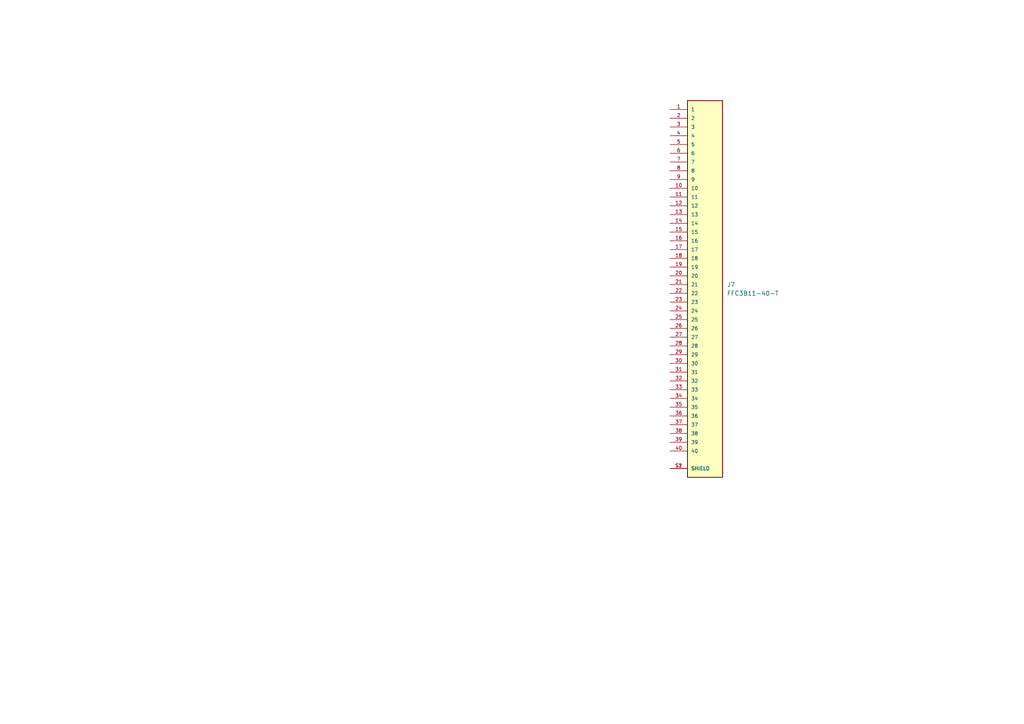
<source format=kicad_sch>
(kicad_sch (version 20250114) (generator "eeschema") (generator_version "9.0")
  (paper "A4")
  (lib_symbols
    (symbol "FFC3B11-40-T:FFC3B11-40-T" (pin_names (offset 1.016))
      (property "Reference" "J" (at -5.08 54.102 0))
      (property "Value" "FFC3B11-40-T" (at -5.08 -58.42 0))
      (symbol "FFC3B11-40-T_0_0"
        (rectangle (start -5.08 -55.88) (end 5.08 53.34) (stroke (width 0.254)) (fill (type background)))
        (pin passive line (at -10.16 50.8 0) (length 5.08) (name "1") (number "1"))
        (pin passive line (at -10.16 48.26 0) (length 5.08) (name "2") (number "2"))
        (pin passive line (at -10.16 45.72 0) (length 5.08) (name "3") (number "3"))
        (pin passive line (at -10.16 43.18 0) (length 5.08) (name "4") (number "4"))
        (pin passive line (at -10.16 40.64 0) (length 5.08) (name "5") (number "5"))
        (pin passive line (at -10.16 38.1 0) (length 5.08) (name "6") (number "6"))
        (pin passive line (at -10.16 35.56 0) (length 5.08) (name "7") (number "7"))
        (pin passive line (at -10.16 33.02 0) (length 5.08) (name "8") (number "8"))
        (pin passive line (at -10.16 30.48 0) (length 5.08) (name "9") (number "9"))
        (pin passive line (at -10.16 27.94 0) (length 5.08) (name "10") (number "10"))
        (pin passive line (at -10.16 25.4 0) (length 5.08) (name "11") (number "11"))
        (pin passive line (at -10.16 22.86 0) (length 5.08) (name "12") (number "12"))
        (pin passive line (at -10.16 20.32 0) (length 5.08) (name "13") (number "13"))
        (pin passive line (at -10.16 17.78 0) (length 5.08) (name "14") (number "14"))
        (pin passive line (at -10.16 15.24 0) (length 5.08) (name "15") (number "15"))
        (pin passive line (at -10.16 12.7 0) (length 5.08) (name "16") (number "16"))
        (pin passive line (at -10.16 10.16 0) (length 5.08) (name "17") (number "17"))
        (pin passive line (at -10.16 7.62 0) (length 5.08) (name "18") (number "18"))
        (pin passive line (at -10.16 5.08 0) (length 5.08) (name "19") (number "19"))
        (pin passive line (at -10.16 2.54 0) (length 5.08) (name "20") (number "20"))
        (pin passive line (at -10.16 0 0) (length 5.08) (name "21") (number "21"))
        (pin passive line (at -10.16 -2.54 0) (length 5.08) (name "22") (number "22"))
        (pin passive line (at -10.16 -5.08 0) (length 5.08) (name "23") (number "23"))
        (pin passive line (at -10.16 -7.62 0) (length 5.08) (name "24") (number "24"))
        (pin passive line (at -10.16 -10.16 0) (length 5.08) (name "25") (number "25"))
        (pin passive line (at -10.16 -12.7 0) (length 5.08) (name "26") (number "26"))
        (pin passive line (at -10.16 -15.24 0) (length 5.08) (name "27") (number "27"))
        (pin passive line (at -10.16 -17.78 0) (length 5.08) (name "28") (number "28"))
        (pin passive line (at -10.16 -20.32 0) (length 5.08) (name "29") (number "29"))
        (pin passive line (at -10.16 -22.86 0) (length 5.08) (name "30") (number "30"))
        (pin passive line (at -10.16 -25.4 0) (length 5.08) (name "31") (number "31"))
        (pin passive line (at -10.16 -27.94 0) (length 5.08) (name "32") (number "32"))
        (pin passive line (at -10.16 -30.48 0) (length 5.08) (name "33") (number "33"))
        (pin passive line (at -10.16 -33.02 0) (length 5.08) (name "34") (number "34"))
        (pin passive line (at -10.16 -35.56 0) (length 5.08) (name "35") (number "35"))
        (pin passive line (at -10.16 -38.1 0) (length 5.08) (name "36") (number "36"))
        (pin passive line (at -10.16 -40.64 0) (length 5.08) (name "37") (number "37"))
        (pin passive line (at -10.16 -43.18 0) (length 5.08) (name "38") (number "38"))
        (pin passive line (at -10.16 -45.72 0) (length 5.08) (name "39") (number "39"))
        (pin passive line (at -10.16 -48.26 0) (length 5.08) (name "40") (number "40"))
        (pin passive line (at -10.16 -53.34 0) (length 5.08) (name "SHIELD") (number "S1"))
        (pin passive line (at -10.16 -53.34 0) (length 5.08) (name "SHIELD") (number "S2"))
      )
    )
  )
  (symbol (lib_id "FFC3B11-40-T:FFC3B11-40-T") (at 204.47 82.55 0) (unit 1)
    (property "Reference" "J7" (at 210.82 82.5499 0) (effects (justify left)))
    (property "Value" "FFC3B11-40-T" (at 210.82 85.0899 0) (effects (justify left)))
    (property "Footprint" "FFC3B11-40-T:GCT_FFC3B11-40-T" (effects (hide yes)))
    (property "DigiKey_Part_Number" "2073-FFC3B11-40-TCT-ND" (effects (hide yes)))
    (property "SnapEDA_Link" "https://www.snapeda.com/parts/FFC3B11-40-T/Global+Connector+Technology/view-part/?ref=snap" (effects (hide yes)))
    (property "MAXIMUM_PACKAGE_HEIGHT" "2.5mm" (effects (hide yes)))
    (property "Package" "None" (effects (hide yes)))
    (property "Check_prices" "https://www.snapeda.com/parts/FFC3B11-40-T/Global+Connector+Technology/view-part/?ref=eda" (effects (hide yes)))
    (property "STANDARD" "Manufacturer Recommendations" (effects (hide yes)))
    (property "PARTREV" "A" (effects (hide yes)))
    (property "MF" "Global Connector Technology" (effects (hide yes)))
    (property "MP" "FFC3B11-40-T" (effects (hide yes)))
    (property "Description_1" "40 Position FFC, FPC Connector Contacts, Top 0.039 (1.00mm) Surface Mount, Right Angle" (effects (hide yes)))
    (property "MANUFACTURER" "GCT" (effects (hide yes)))
  )
)
</source>
